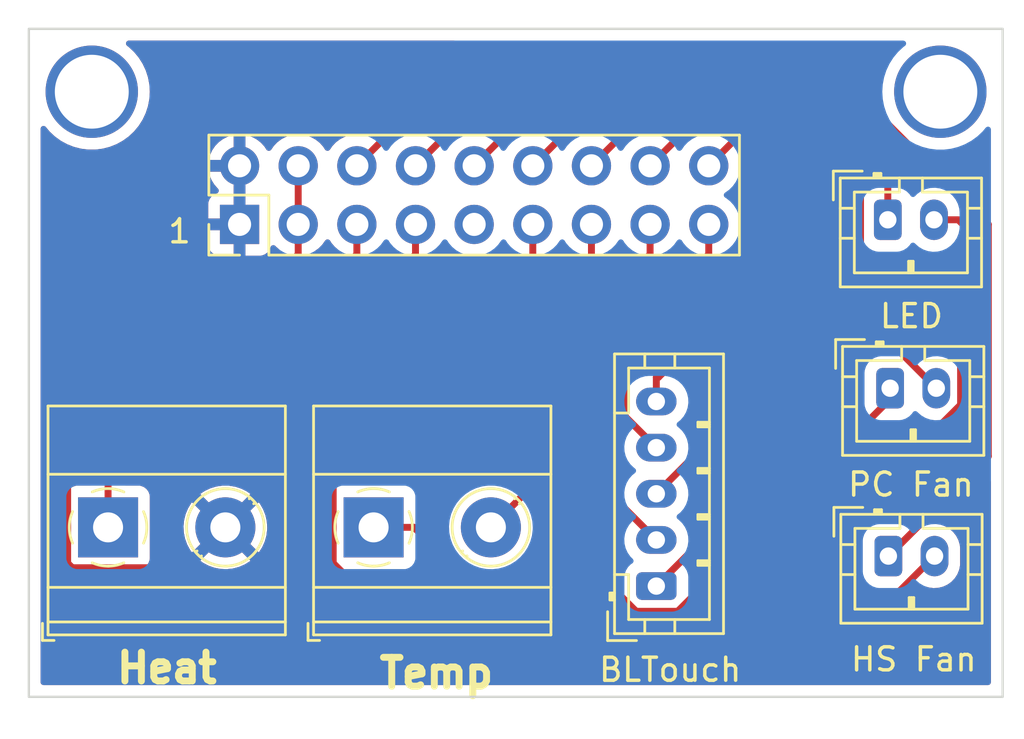
<source format=kicad_pcb>
(kicad_pcb (version 20211014) (generator pcbnew)
  (layers (0 "F.Cu" signal) (31 "B.Cu" signal) (34 "B.Paste" user) (35 "F.Paste" user) (36 "B.SilkS" user "B.Silkscreen") (37 "F.SilkS" user "F.Silkscreen") (38 "B.Mask" user) (39 "F.Mask" user) (44 "Edge.Cuts" user))
  (net 0 "")
  (net 1 "/Heater_GND")
  (net 2 "/Heater_VCC")
  (net 3 "/Thermistor_1")
  (net 4 "/Thermistor_2")
  (net 5 "/HS_Fan_GND")
  (net 6 "/HS_Fan_VCC")
  (net 7 "/PC_FAN_GND")
  (net 8 "/PC_FAN_VCC")
  (net 9 "/LED_GND")
  (net 10 "/LED_VCC")
  (net 11 "/BLT_PA1")
  (net 12 "/BLT_GND1")
  (net 13 "/BLT_PC14")
  (net 15 "/BLT_5v")
  (net 16 "/BLT_GND2")
  (footprint "Derek's Components:MountingHole_3.2mm_M3_Custom_Pad" (layer "F.Cu") (at 14.95 14.925)
    (fp_text reference "H1" hide)
    (fp_text value "MountingHole" hide)
    (pad "1" thru_hole circle (at 0 0) (size 4 4) (drill 3.2) (layers *.Cu *.Mask))
  )
  (footprint "TerminalBlock_Phoenix:TerminalBlock_Phoenix_MKDS-1,5-2-5.08_1x02_P5.08mm_Horizontal" (layer "F.Cu") (at 27.155 33.805)
    (fp_text reference "J3" hide)
    (fp_text value "436500200" hide)
    (fp_line (start 6.355 -1.069) (end 6.308 -1.023) (layer "F.SilkS") (width 0.12))
    (fp_line (start 7.68 -5.261) (end 7.68 4.66) (layer "F.SilkS") (width 0.12))
    (fp_line (start -2.6 4.1) (end 7.68 4.1) (layer "F.SilkS") (width 0.12))
    (fp_line (start 6.15 -1.275) (end 6.115 -1.239) (layer "F.SilkS") (width 0.12))
    (fp_line (start -2.6 -5.261) (end -2.6 4.66) (layer "F.SilkS") (width 0.12))
    (fp_line (start 4.046 1.239) (end 4.011 1.274) (layer "F.SilkS") (width 0.12))
    (fp_line (start -2.6 -2.301) (end 7.68 -2.301) (layer "F.SilkS") (width 0.12))
    (fp_line (start -2.6 -5.261) (end 7.68 -5.261) (layer "F.SilkS") (width 0.12))
    (fp_line (start 3.853 1.023) (end 3.806 1.069) (layer "F.SilkS") (width 0.12))
    (fp_line (start -2.84 4.16) (end -2.84 4.9) (layer "F.SilkS") (width 0.12))
    (fp_line (start -2.6 4.66) (end 7.68 4.66) (layer "F.SilkS") (width 0.12))
    (fp_line (start -2.84 4.9) (end -2.34 4.9) (layer "F.SilkS") (width 0.12))
    (fp_line (start -2.6 2.6) (end 7.68 2.6) (layer "F.SilkS") (width 0.12))
    (fp_arc (start 1.535427 -0.683042) (mid 1.680501 0.000524) (end 1.535 0.684) (layer "F.SilkS") (width 0.12))
    (fp_arc (start 0.028805 1.680253) (mid -0.335551 1.646659) (end -0.684 1.535) (layer "F.SilkS") (width 0.12))
    (fp_arc (start 0.683318 1.534756) (mid 0.349292 1.643288) (end 0 1.68) (layer "F.SilkS") (width 0.12))
    (fp_arc (start -1.535427 0.683042) (mid -1.680501 -0.000524) (end -1.535 -0.684) (layer "F.SilkS") (width 0.12))
    (fp_arc (start -0.683042 -1.535427) (mid 0.000524 -1.680501) (end 0.684 -1.535) (layer "F.SilkS") (width 0.12))
    (fp_circle (center 5.08 0) (end 6.76 0) (layer "F.SilkS") (width 0.12) (fill none))
    (pad "1" thru_hole rect (at 0 0) (size 2.6 2.6) (drill 1.3) (layers *.Cu *.Mask) (net 3 "/Thermistor_1"))
    (pad "2" thru_hole circle (at 5.08 0) (size 2.6 2.6) (drill 1.3) (layers *.Cu *.Mask) (net 4 "/Thermistor_2"))
  )
  (footprint "Connector_JST:JST_PH_B2B-PH-K_1x02_P2.00mm_Vertical" (layer "F.Cu") (at 49.425 20.475)
    (fp_text reference "J5" hide)
    (fp_text value "Conn_01x02" hide)
    (fp_line (start -0.3 -1.91) (end -0.6 -1.91) (layer "F.SilkS") (width 0.12))
    (fp_line (start 1.5 -1.2) (end 1.5 -1.81) (layer "F.SilkS") (width 0.12))
    (fp_line (start -2.06 -0.5) (end -1.45 -0.5) (layer "F.SilkS") (width 0.12))
    (fp_line (start 0.5 -1.2) (end -1.45 -1.2) (layer "F.SilkS") (width 0.12))
    (fp_line (start -2.06 -1.81) (end -2.06 2.91) (layer "F.SilkS") (width 0.12))
    (fp_line (start -2.36 -2.11) (end -2.36 -0.86) (layer "F.SilkS") (width 0.12))
    (fp_line (start 0.9 1.8) (end 1.1 1.8) (layer "F.SilkS") (width 0.12))
    (fp_line (start -2.06 2.91) (end 4.06 2.91) (layer "F.SilkS") (width 0.12))
    (fp_line (start -1.45 2.3) (end 3.45 2.3) (layer "F.SilkS") (width 0.12))
    (fp_line (start -0.3 -2.01) (end -0.6 -2.01) (layer "F.SilkS") (width 0.12))
    (fp_line (start 4.06 -0.5) (end 3.45 -0.5) (layer "F.SilkS") (width 0.12))
    (fp_line (start 4.06 2.91) (end 4.06 -1.81) (layer "F.SilkS") (width 0.12))
    (fp_line (start 4.06 -1.81) (end -2.06 -1.81) (layer "F.SilkS") (width 0.12))
    (fp_line (start -0.3 -1.81) (end -0.3 -2.01) (layer "F.SilkS") (width 0.12))
    (fp_line (start 4.06 0.8) (end 3.45 0.8) (layer "F.SilkS") (width 0.12))
    (fp_line (start -1.11 -2.11) (end -2.36 -2.11) (layer "F.SilkS") (width 0.12))
    (fp_line (start 0.9 2.3) (end 0.9 1.8) (layer "F.SilkS") (width 0.12))
    (fp_line (start 1.1 1.8) (end 1.1 2.3) (layer "F.SilkS") (width 0.12))
    (fp_line (start 0.5 -1.81) (end 0.5 -1.2) (layer "F.SilkS") (width 0.12))
    (fp_line (start -2.06 0.8) (end -1.45 0.8) (layer "F.SilkS") (width 0.12))
    (fp_line (start 3.45 -1.2) (end 1.5 -1.2) (layer "F.SilkS") (width 0.12))
    (fp_line (start -1.45 -1.2) (end -1.45 2.3) (layer "F.SilkS") (width 0.12))
    (fp_line (start 3.45 2.3) (end 3.45 -1.2) (layer "F.SilkS") (width 0.12))
    (fp_line (start 1 2.3) (end 1 1.8) (layer "F.SilkS") (width 0.12))
    (fp_line (start -0.6 -2.01) (end -0.6 -1.81) (layer "F.SilkS") (width 0.12))
    (pad "1" thru_hole roundrect (at 0 0) (size 1.2 1.75) (drill 0.75) (layers *.Cu *.Mask) (roundrect_rratio 0.2083333333) (net 10 "/LED_VCC"))
    (pad "2" thru_hole oval (at 2 0) (size 1.2 1.75) (drill 0.75) (layers *.Cu *.Mask) (net 9 "/LED_GND"))
  )
  (footprint "Connector_JST:JST_PH_B2B-PH-K_1x02_P2.00mm_Vertical" (layer "F.Cu") (at 49.45 35.05)
    (fp_text reference "J7" hide)
    (fp_text value "Conn_01x02" hide)
    (fp_line (start 4.06 -1.81) (end -2.06 -1.81) (layer "F.SilkS") (width 0.12))
    (fp_line (start 4.06 0.8) (end 3.45 0.8) (layer "F.SilkS") (width 0.12))
    (fp_line (start -2.06 -1.81) (end -2.06 2.91) (layer "F.SilkS") (width 0.12))
    (fp_line (start -0.3 -2.01) (end -0.6 -2.01) (layer "F.SilkS") (width 0.12))
    (fp_line (start 1.5 -1.2) (end 1.5 -1.81) (layer "F.SilkS") (width 0.12))
    (fp_line (start 1.1 1.8) (end 1.1 2.3) (layer "F.SilkS") (width 0.12))
    (fp_line (start -0.3 -1.91) (end -0.6 -1.91) (layer "F.SilkS") (width 0.12))
    (fp_line (start 0.9 1.8) (end 1.1 1.8) (layer "F.SilkS") (width 0.12))
    (fp_line (start -0.3 -1.81) (end -0.3 -2.01) (layer "F.SilkS") (width 0.12))
    (fp_line (start 0.5 -1.2) (end -1.45 -1.2) (layer "F.SilkS") (width 0.12))
    (fp_line (start 3.45 -1.2) (end 1.5 -1.2) (layer "F.SilkS") (width 0.12))
    (fp_line (start -2.36 -2.11) (end -2.36 -0.86) (layer "F.SilkS") (width 0.12))
    (fp_line (start 1 2.3) (end 1 1.8) (layer "F.SilkS") (width 0.12))
    (fp_line (start 4.06 -0.5) (end 3.45 -0.5) (layer "F.SilkS") (width 0.12))
    (fp_line (start 4.06 2.91) (end 4.06 -1.81) (layer "F.SilkS") (width 0.12))
    (fp_line (start -2.06 2.91) (end 4.06 2.91) (layer "F.SilkS") (width 0.12))
    (fp_line (start -1.45 2.3) (end 3.45 2.3) (layer "F.SilkS") (width 0.12))
    (fp_line (start -1.11 -2.11) (end -2.36 -2.11) (layer "F.SilkS") (width 0.12))
    (fp_line (start -0.6 -2.01) (end -0.6 -1.81) (layer "F.SilkS") (width 0.12))
    (fp_line (start 3.45 2.3) (end 3.45 -1.2) (layer "F.SilkS") (width 0.12))
    (fp_line (start -2.06 0.8) (end -1.45 0.8) (layer "F.SilkS") (width 0.12))
    (fp_line (start 0.5 -1.81) (end 0.5 -1.2) (layer "F.SilkS") (width 0.12))
    (fp_line (start 0.9 2.3) (end 0.9 1.8) (layer "F.SilkS") (width 0.12))
    (fp_line (start -1.45 -1.2) (end -1.45 2.3) (layer "F.SilkS") (width 0.12))
    (fp_line (start -2.06 -0.5) (end -1.45 -0.5) (layer "F.SilkS") (width 0.12))
    (pad "1" thru_hole roundrect (at 0 0) (size 1.2 1.75) (drill 0.75) (layers *.Cu *.Mask) (roundrect_rratio 0.2083333333) (net 6 "/HS_Fan_VCC"))
    (pad "2" thru_hole oval (at 2 0) (size 1.2 1.75) (drill 0.75) (layers *.Cu *.Mask) (net 5 "/HS_Fan_GND"))
  )
  (footprint "Derek's Components:MountingHole_3.2mm_M3_Custom_Pad" (layer "F.Cu") (at 51.7 14.925)
    (fp_text reference "H2" hide)
    (fp_text value "MountingHole" hide)
    (pad "1" thru_hole circle (at 0 0) (size 4 4) (drill 3.2) (layers *.Cu *.Mask))
  )
  (footprint "TerminalBlock_Phoenix:TerminalBlock_Phoenix_MKDS-1,5-2-5.08_1x02_P5.08mm_Horizontal" (layer "F.Cu") (at 15.655 33.805)
    (fp_text reference "J2" hide)
    (fp_text value "436500200" hide)
    (fp_line (start -2.84 4.16) (end -2.84 4.9) (layer "F.SilkS") (width 0.12))
    (fp_line (start 6.15 -1.275) (end 6.115 -1.239) (layer "F.SilkS") (width 0.12))
    (fp_line (start -2.84 4.9) (end -2.34 4.9) (layer "F.SilkS") (width 0.12))
    (fp_line (start 4.046 1.239) (end 4.011 1.274) (layer "F.SilkS") (width 0.12))
    (fp_line (start -2.6 2.6) (end 7.68 2.6) (layer "F.SilkS") (width 0.12))
    (fp_line (start -2.6 -2.301) (end 7.68 -2.301) (layer "F.SilkS") (width 0.12))
    (fp_line (start 3.853 1.023) (end 3.806 1.069) (layer "F.SilkS") (width 0.12))
    (fp_line (start -2.6 -5.261) (end 7.68 -5.261) (layer "F.SilkS") (width 0.12))
    (fp_line (start 7.68 -5.261) (end 7.68 4.66) (layer "F.SilkS") (width 0.12))
    (fp_line (start -2.6 4.66) (end 7.68 4.66) (layer "F.SilkS") (width 0.12))
    (fp_line (start -2.6 -5.261) (end -2.6 4.66) (layer "F.SilkS") (width 0.12))
    (fp_line (start 6.355 -1.069) (end 6.308 -1.023) (layer "F.SilkS") (width 0.12))
    (fp_line (start -2.6 4.1) (end 7.68 4.1) (layer "F.SilkS") (width 0.12))
    (fp_arc (start -0.683042 -1.535427) (mid 0.000524 -1.680501) (end 0.684 -1.535) (layer "F.SilkS") (width 0.12))
    (fp_arc (start -1.535427 0.683042) (mid -1.680501 -0.000524) (end -1.535 -0.684) (layer "F.SilkS") (width 0.12))
    (fp_arc (start 0.028805 1.680253) (mid -0.335551 1.646659) (end -0.684 1.535) (layer "F.SilkS") (width 0.12))
    (fp_arc (start 1.535427 -0.683042) (mid 1.680501 0.000524) (end 1.535 0.684) (layer "F.SilkS") (width 0.12))
    (fp_arc (start 0.683318 1.534756) (mid 0.349292 1.643288) (end 0 1.68) (layer "F.SilkS") (width 0.12))
    (fp_circle (center 5.08 0) (end 6.76 0) (layer "F.SilkS") (width 0.12) (fill none))
    (pad "1" thru_hole rect (at 0 0) (size 2.6 2.6) (drill 1.3) (layers *.Cu *.Mask) (net 2 "/Heater_VCC"))
    (pad "2" thru_hole circle (at 5.08 0) (size 2.6 2.6) (drill 1.3) (layers *.Cu *.Mask) (net 1 "/Heater_GND"))
  )
  (footprint "Connector_JST:JST_PH_B2B-PH-K_1x02_P2.00mm_Vertical" (layer "F.Cu") (at 49.525 27.775)
    (fp_text reference "J4" hide)
    (fp_text value "Conn_01x02" hide)
    (fp_line (start 0.5 -1.2) (end -1.45 -1.2) (layer "F.SilkS") (width 0.12))
    (fp_line (start -0.3 -1.81) (end -0.3 -2.01) (layer "F.SilkS") (width 0.12))
    (fp_line (start 0.9 1.8) (end 1.1 1.8) (layer "F.SilkS") (width 0.12))
    (fp_line (start -1.45 2.3) (end 3.45 2.3) (layer "F.SilkS") (width 0.12))
    (fp_line (start 1.1 1.8) (end 1.1 2.3) (layer "F.SilkS") (width 0.12))
    (fp_line (start -2.06 -0.5) (end -1.45 -0.5) (layer "F.SilkS") (width 0.12))
    (fp_line (start 0.9 2.3) (end 0.9 1.8) (layer "F.SilkS") (width 0.12))
    (fp_line (start -0.3 -2.01) (end -0.6 -2.01) (layer "F.SilkS") (width 0.12))
    (fp_line (start -2.36 -2.11) (end -2.36 -0.86) (layer "F.SilkS") (width 0.12))
    (fp_line (start 3.45 -1.2) (end 1.5 -1.2) (layer "F.SilkS") (width 0.12))
    (fp_line (start 1 2.3) (end 1 1.8) (layer "F.SilkS") (width 0.12))
    (fp_line (start -1.45 -1.2) (end -1.45 2.3) (layer "F.SilkS") (width 0.12))
    (fp_line (start -2.06 2.91) (end 4.06 2.91) (layer "F.SilkS") (width 0.12))
    (fp_line (start -0.6 -2.01) (end -0.6 -1.81) (layer "F.SilkS") (width 0.12))
    (fp_line (start 3.45 2.3) (end 3.45 -1.2) (layer "F.SilkS") (width 0.12))
    (fp_line (start -1.11 -2.11) (end -2.36 -2.11) (layer "F.SilkS") (width 0.12))
    (fp_line (start -2.06 0.8) (end -1.45 0.8) (layer "F.SilkS") (width 0.12))
    (fp_line (start -2.06 -1.81) (end -2.06 2.91) (layer "F.SilkS") (width 0.12))
    (fp_line (start 4.06 -1.81) (end -2.06 -1.81) (layer "F.SilkS") (width 0.12))
    (fp_line (start 0.5 -1.81) (end 0.5 -1.2) (layer "F.SilkS") (width 0.12))
    (fp_line (start 4.06 2.91) (end 4.06 -1.81) (layer "F.SilkS") (width 0.12))
    (fp_line (start 1.5 -1.2) (end 1.5 -1.81) (layer "F.SilkS") (width 0.12))
    (fp_line (start 4.06 0.8) (end 3.45 0.8) (layer "F.SilkS") (width 0.12))
    (fp_line (start 4.06 -0.5) (end 3.45 -0.5) (layer "F.SilkS") (width 0.12))
    (fp_line (start -0.3 -1.91) (end -0.6 -1.91) (layer "F.SilkS") (width 0.12))
    (pad "1" thru_hole roundrect (at 0 0) (size 1.2 1.75) (drill 0.75) (layers *.Cu *.Mask) (roundrect_rratio 0.2083333333) (net 8 "/PC_FAN_VCC"))
    (pad "2" thru_hole oval (at 2 0) (size 1.2 1.75) (drill 0.75) (layers *.Cu *.Mask) (net 7 "/PC_FAN_GND"))
  )
  (footprint "Connector_PinHeader_2.54mm:PinHeader_2x09_P2.54mm_Vertical" (layer "F.Cu") (at 21.35 20.675 90)
    (fp_text reference "J1" hide)
    (fp_text value "Conn_02x09_Odd_Even" hide)
    (fp_line (start -1.33 -1.33) (end 0 -1.33) (layer "F.SilkS") (width 0.12))
    (fp_line (start 1.27 1.27) (end 1.27 -1.33) (layer "F.SilkS") (width 0.12))
    (fp_line (start -1.33 1.27) (end -1.33 21.65) (layer "F.SilkS") (width 0.12))
    (fp_line (start -1.33 21.65) (end 3.87 21.65) (layer "F.SilkS") (width 0.12))
    (fp_line (start -1.33 1.27) (end 1.27 1.27) (layer "F.SilkS") (width 0.12))
    (fp_line (start -1.33 0) (end -1.33 -1.33) (layer "F.SilkS") (width 0.12))
    (fp_line (start 3.87 -1.33) (end 3.87 21.65) (layer "F.SilkS") (width 0.12))
    (fp_line (start 1.27 -1.33) (end 3.87 -1.33) (layer "F.SilkS") (width 0.12))
    (pad "1" thru_hole rect (at 0 0 90) (size 1.7 1.7) (drill 1) (layers *.Cu *.Mask) (net 1 "/Heater_GND"))
    (pad "2" thru_hole oval (at 2.54 0 90) (size 1.7 1.7) (drill 1) (layers *.Cu *.Mask) (net 1 "/Heater_GND"))
    (pad "3" thru_hole oval (at 0 2.54 90) (size 1.7 1.7) (drill 1) (layers *.Cu *.Mask) (net 2 "/Heater_VCC"))
    (pad "4" thru_hole oval (at 2.54 2.54 90) (size 1.7 1.7) (drill 1) (layers *.Cu *.Mask) (net 2 "/Heater_VCC"))
    (pad "5" thru_hole oval (at 0 5.08 90) (size 1.7 1.7) (drill 1) (layers *.Cu *.Mask) (net 5 "/HS_Fan_GND"))
    (pad "6" thru_hole oval (at 2.54 5.08 90) (size 1.7 1.7) (drill 1) (layers *.Cu *.Mask) (net 6 "/HS_Fan_VCC"))
    (pad "7" thru_hole oval (at 0 7.62 90) (size 1.7 1.7) (drill 1) (layers *.Cu *.Mask) (net 9 "/LED_GND"))
    (pad "8" thru_hole oval (at 2.54 7.62 90) (size 1.7 1.7) (drill 1) (layers *.Cu *.Mask) (net 10 "/LED_VCC"))
    (pad "9" thru_hole oval (at 0 10.16 90) (size 1.7 1.7) (drill 1) (layers *.Cu *.Mask))
    (pad "10" thru_hole oval (at 2.54 10.16 90) (size 1.7 1.7) (drill 1) (layers *.Cu *.Mask) (net 3 "/Thermistor_1"))
    (pad "11" thru_hole oval (at 0 12.7 90) (size 1.7 1.7) (drill 1) (layers *.Cu *.Mask) (net 4 "/Thermistor_2"))
    (pad "12" thru_hole oval (at 2.54 12.7 90) (size 1.7 1.7) (drill 1) (layers *.Cu *.Mask) (net 7 "/PC_FAN_GND"))
    (pad "13" thru_hole oval (at 0 15.24 90) (size 1.7 1.7) (drill 1) (layers *.Cu *.Mask) (net 8 "/PC_FAN_VCC"))
    (pad "14" thru_hole oval (at 2.54 15.24 90) (size 1.7 1.7) (drill 1) (layers *.Cu *.Mask) (net 12 "/BLT_GND1"))
    (pad "15" thru_hole oval (at 0 17.78 90) (size 1.7 1.7) (drill 1) (layers *.Cu *.Mask) (net 15 "/BLT_5v"))
    (pad "16" thru_hole oval (at 2.54 17.78 90) (size 1.7 1.7) (drill 1) (layers *.Cu *.Mask) (net 11 "/BLT_PA1"))
    (pad "17" thru_hole oval (at 0 20.32 90) (size 1.7 1.7) (drill 1) (layers *.Cu *.Mask) (net 16 "/BLT_GND2"))
    (pad "18" thru_hole oval (at 2.54 20.32 90) (size 1.7 1.7) (drill 1) (layers *.Cu *.Mask) (net 13 "/BLT_PC14"))
  )
  (footprint "Connector_JST:JST_PH_B5B-PH-K_1x05_P2.00mm_Vertical" (layer "F.Cu") (at 39.4 36.35 90)
    (fp_text reference "J6" hide)
    (fp_text value "Conn_01x05" hide)
    (fp_line (start 10.06 0.8) (end 9.45 0.8) (layer "F.SilkS") (width 0.12))
    (fp_line (start 10.06 -0.5) (end 9.45 -0.5) (layer "F.SilkS") (width 0.12))
    (fp_line (start 7 2.3) (end 7 1.8) (layer "F.SilkS") (width 0.12))
    (fp_line (start 0.9 2.3) (end 0.9 1.8) (layer "F.SilkS") (width 0.12))
    (fp_line (start 7.1 1.8) (end 7.1 2.3) (layer "F.SilkS") (width 0.12))
    (fp_line (start 1 2.3) (end 1 1.8) (layer "F.SilkS") (width 0.12))
    (fp_line (start 2.9 1.8) (end 3.1 1.8) (layer "F.SilkS") (width 0.12))
    (fp_line (start -2.06 2.91) (end 10.06 2.91) (layer "F.SilkS") (width 0.12))
    (fp_line (start 9.45 2.3) (end 9.45 -1.2) (layer "F.SilkS") (width 0.12))
    (fp_line (start 0.5 -1.81) (end 0.5 -1.2) (layer "F.SilkS") (width 0.12))
    (fp_line (start -2.06 -0.5) (end -1.45 -0.5) (layer "F.SilkS") (width 0.12))
    (fp_line (start 6.9 2.3) (end 6.9 1.8) (layer "F.SilkS") (width 0.12))
    (fp_line (start -2.06 0.8) (end -1.45 0.8) (layer "F.SilkS") (width 0.12))
    (fp_line (start 5.1 1.8) (end 5.1 2.3) (layer "F.SilkS") (width 0.12))
    (fp_line (start 1.1 1.8) (end 1.1 2.3) (layer "F.SilkS") (width 0.12))
    (fp_line (start -0.6 -2.01) (end -0.6 -1.81) (layer "F.SilkS") (width 0.12))
    (fp_line (start 3.1 1.8) (end 3.1 2.3) (layer "F.SilkS") (width 0.12))
    (fp_line (start 6.9 1.8) (end 7.1 1.8) (layer "F.SilkS") (width 0.12))
    (fp_line (start -0.3 -1.91) (end -0.6 -1.91) (layer "F.SilkS") (width 0.12))
    (fp_line (start 9.45 -1.2) (end 7.5 -1.2) (layer "F.SilkS") (width 0.12))
    (fp_line (start 10.06 2.91) (end 10.06 -1.81) (layer "F.SilkS") (width 0.12))
    (fp_line (start 4.9 1.8) (end 5.1 1.8) (layer "F.SilkS") (width 0.12))
    (fp_line (start 3 2.3) (end 3 1.8) (layer "F.SilkS") (width 0.12))
    (fp_line (start 0.5 -1.2) (end -1.45 -1.2) (layer "F.SilkS") (width 0.12))
    (fp_line (start -2.06 -1.81) (end -2.06 2.91) (layer "F.SilkS") (width 0.12))
    (fp_line (start 0.9 1.8) (end 1.1 1.8) (layer "F.SilkS") (width 0.12))
    (fp_line (start -2.36 -2.11) (end -2.36 -0.86) (layer "F.SilkS") (width 0.12))
    (fp_line (start 7.5 -1.2) (end 7.5 -1.81) (layer "F.SilkS") (width 0.12))
    (fp_line (start -1.11 -2.11) (end -2.36 -2.11) (layer "F.SilkS") (width 0.12))
    (fp_line (start -1.45 -1.2) (end -1.45 2.3) (layer "F.SilkS") (width 0.12))
    (fp_line (start -0.3 -2.01) (end -0.6 -2.01) (layer "F.SilkS") (width 0.12))
    (fp_line (start 4.9 2.3) (end 4.9 1.8) (layer "F.SilkS") (width 0.12))
    (fp_line (start 10.06 -1.81) (end -2.06 -1.81) (layer "F.SilkS") (width 0.12))
    (fp_line (start -0.3 -1.81) (end -0.3 -2.01) (layer "F.SilkS") (width 0.12))
    (fp_line (start 5 2.3) (end 5 1.8) (layer "F.SilkS") (width 0.12))
    (fp_line (start 2.9 2.3) (end 2.9 1.8) (layer "F.SilkS") (width 0.12))
    (fp_line (start -1.45 2.3) (end 9.45 2.3) (layer "F.SilkS") (width 0.12))
    (pad "1" thru_hole roundrect (at 0 0 90) (size 1.2 1.75) (drill 0.75) (layers *.Cu *.Mask) (roundrect_rratio 0.2083333333) (net 12 "/BLT_GND1"))
    (pad "2" thru_hole oval (at 2 0 90) (size 1.2 1.75) (drill 0.75) (layers *.Cu *.Mask) (net 15 "/BLT_5v"))
    (pad "3" thru_hole oval (at 4 0 90) (size 1.2 1.75) (drill 0.75) (layers *.Cu *.Mask) (net 11 "/BLT_PA1"))
    (pad "4" thru_hole oval (at 6 0 90) (size 1.2 1.75) (drill 0.75) (layers *.Cu *.Mask) (net 16 "/BLT_GND2"))
    (pad "5" thru_hole oval (at 8 0 90) (size 1.2 1.75) (drill 0.75) (layers *.Cu *.Mask) (net 13 "/BLT_PC14"))
  )
  (gr_rect (start 12.225 12.2) (end 54.4 41.15) (layer "Edge.Cuts") (width 0.1) (fill none))
  (gr_text "LED" (at 50.45 24.65) (layer "F.SilkS") (effects (font (size 1 1))))
  (gr_text "1" (at 18.75 20.975) (layer "F.SilkS") (effects (font (size 1 1))))
  (gr_text "Temp" (at 29.875 40.125) (layer "F.SilkS") (effects (font (size 1.25 1.25) (thickness 0.3))))
  (gr_text "BLTouch" (at 40 39.975) (layer "F.SilkS") (effects (font (size 1 1))))
  (gr_text "Heat" (at 18.2 39.9) (layer "F.SilkS") (effects (font (size 1.25 1.25) (thickness 0.3))))
  (gr_text "HS Fan" (at 50.55 39.525) (layer "F.SilkS") (effects (font (size 1 1))))
  (gr_text "PC Fan" (at 50.425 31.95) (layer "F.SilkS") (effects (font (size 1 1))))
  (segment (start 13.9048 35.3552) (end 13.9048 29.4203) (width 0.3) (layer "F.Cu") (net 1))
  (segment (start 14.1048 35.5552) (end 13.9048 35.3552) (width 0.3) (layer "F.Cu") (net 1))
  (segment (start 18.9848 35.5552) (end 14.1048 35.5552) (width 0.3) (layer "F.Cu") (net 1))
  (segment (start 13.9048 29.4203) (end 21.35 21.9751) (width 0.3) (layer "F.Cu") (net 1))
  (segment (start 21.35 20.675) (end 21.35 18.135) (width 0.3) (layer "F.Cu") (net 1))
  (segment (start 20.735 33.805) (end 18.9848 35.5552) (width 0.3) (layer "F.Cu") (net 1))
  (segment (start 21.35 20.675) (end 21.35 21.9751) (width 0.3) (layer "F.Cu") (net 1))
  (segment (start 15.655 33.805) (end 15.655 30.2101) (width 0.3) (layer "F.Cu") (net 2))
  (segment (start 23.89 18.135) (end 23.89 20.675) (width 0.3) (layer "F.Cu") (net 2))
  (segment (start 15.655 30.2101) (end 23.89 21.9751) (width 0.3) (layer "F.Cu") (net 2))
  (segment (start 23.89 20.675) (end 23.89 21.9751) (width 0.3) (layer "F.Cu") (net 2))
  (segment (start 43.0048 38.065) (end 33.1651 38.065) (width 0.3) (layer "F.Cu") (net 3))
  (segment (start 52.5774 28.4924) (end 43.0048 38.065) (width 0.3) (layer "F.Cu") (net 3))
  (segment (start 48.2432 21.586) (end 52.5774 25.9202) (width 0.3) (layer "F.Cu") (net 3))
  (segment (start 35.2604 14.3846) (end 45.7881 14.3846) (width 0.3) (layer "F.Cu") (net 3))
  (segment (start 27.155 33.805) (end 28.9051 33.805) (width 0.3) (layer "F.Cu") (net 3))
  (segment (start 48.2432 16.8397) (end 48.2432 21.586) (width 0.3) (layer "F.Cu") (net 3))
  (segment (start 31.51 18.135) (end 35.2604 14.3846) (width 0.3) (layer "F.Cu") (net 3))
  (segment (start 33.1651 38.065) (end 28.9051 33.805) (width 0.3) (layer "F.Cu") (net 3))
  (segment (start 52.5774 25.9202) (end 52.5774 28.4924) (width 0.3) (layer "F.Cu") (net 3))
  (segment (start 45.7881 14.3846) (end 48.2432 16.8397) (width 0.3) (layer "F.Cu") (net 3))
  (segment (start 34.05 31.99) (end 32.235 33.805) (width 0.3) (layer "F.Cu") (net 4))
  (segment (start 34.05 20.675) (end 34.05 31.99) (width 0.3) (layer "F.Cu") (net 4))
  (segment (start 24.8047 35.6034) (end 28.4926 39.2913) (width 0.3) (layer "F.Cu") (net 5))
  (segment (start 47.2087 39.2913) (end 51.45 35.05) (width 0.3) (layer "F.Cu") (net 5))
  (segment (start 26.43 21.9751) (end 24.8047 23.6004) (width 0.3) (layer "F.Cu") (net 5))
  (segment (start 26.43 20.675) (end 26.43 21.9751) (width 0.3) (layer "F.Cu") (net 5))
  (segment (start 24.8047 23.6004) (end 24.8047 35.6034) (width 0.3) (layer "F.Cu") (net 5))
  (segment (start 28.4926 39.2913) (end 47.2087 39.2913) (width 0.3) (layer "F.Cu") (net 5))
  (segment (start 46.2851 13.1844) (end 31.3806 13.1844) (width 0.3) (layer "F.Cu") (net 6))
  (segment (start 53.7776 30.7224) (end 53.7776 20.6769) (width 0.3) (layer "F.Cu") (net 6))
  (segment (start 53.7776 20.6769) (end 46.2851 13.1844) (width 0.3) (layer "F.Cu") (net 6))
  (segment (start 31.3806 13.1844) (end 26.43 18.135) (width 0.3) (layer "F.Cu") (net 6))
  (segment (start 49.45 35.05) (end 53.7776 30.7224) (width 0.3) (layer "F.Cu") (net 6))
  (segment (start 37.1803 15.0047) (end 45.5287 15.0047) (width 0.3) (layer "F.Cu") (net 7))
  (segment (start 47.643 17.119) (end 47.643 23.893) (width 0.3) (layer "F.Cu") (net 7))
  (segment (start 45.5287 15.0047) (end 47.643 17.119) (width 0.3) (layer "F.Cu") (net 7))
  (segment (start 34.05 18.135) (end 37.1803 15.0047) (width 0.3) (layer "F.Cu") (net 7))
  (segment (start 47.643 23.893) (end 51.525 27.775) (width 0.3) (layer "F.Cu") (net 7))
  (segment (start 36.59 35.5081) (end 38.525 37.4431) (width 0.3) (layer "F.Cu") (net 8))
  (segment (start 36.59 20.675) (end 36.59 35.5081) (width 0.3) (layer "F.Cu") (net 8))
  (segment (start 38.525 37.4431) (end 40.3269 37.4431) (width 0.3) (layer "F.Cu") (net 8))
  (segment (start 49.525 28.245) (end 49.525 27.775) (width 0.3) (layer "F.Cu") (net 8))
  (segment (start 40.3269 37.4431) (end 49.525 28.245) (width 0.3) (layer "F.Cu") (net 8))
  (segment (start 53.1775 28.7593) (end 53.1775 21.1774) (width 0.3) (layer "F.Cu") (net 9))
  (segment (start 25.4048 25.5403) (end 25.4048 35.3549) (width 0.3) (layer "F.Cu") (net 9))
  (segment (start 53.1775 21.1774) (end 52.4751 20.475) (width 0.3) (layer "F.Cu") (net 9))
  (segment (start 51.425 20.475) (end 52.4751 20.475) (width 0.3) (layer "F.Cu") (net 9))
  (segment (start 43.2456 38.6912) (end 53.1775 28.7593) (width 0.3) (layer "F.Cu") (net 9))
  (segment (start 25.4048 35.3549) (end 28.7411 38.6912) (width 0.3) (layer "F.Cu") (net 9))
  (segment (start 28.97 21.9751) (end 25.4048 25.5403) (width 0.3) (layer "F.Cu") (net 9))
  (segment (start 28.97 20.675) (end 28.97 21.9751) (width 0.3) (layer "F.Cu") (net 9))
  (segment (start 28.7411 38.6912) (end 43.2456 38.6912) (width 0.3) (layer "F.Cu") (net 9))
  (segment (start 33.3205 13.7845) (end 28.97 18.135) (width 0.3) (layer "F.Cu") (net 10))
  (segment (start 49.425 17.1729) (end 46.0366 13.7845) (width 0.3) (layer "F.Cu") (net 10))
  (segment (start 46.0366 13.7845) (end 33.3205 13.7845) (width 0.3) (layer "F.Cu") (net 10))
  (segment (start 49.425 20.475) (end 49.425 17.1729) (width 0.3) (layer "F.Cu") (net 10))
  (segment (start 39.4 32.35) (end 46.1363 25.6137) (width 0.3) (layer "F.Cu") (net 11))
  (segment (start 46.1363 17.3741) (end 44.9954 16.2332) (width 0.3) (layer "F.Cu") (net 11))
  (segment (start 46.1363 25.6137) (end 46.1363 17.3741) (width 0.3) (layer "F.Cu") (net 11))
  (segment (start 44.9954 16.2332) (end 41.0318 16.2332) (width 0.3) (layer "F.Cu") (net 11))
  (segment (start 41.0318 16.2332) (end 39.13 18.135) (width 0.3) (layer "F.Cu") (net 11))
  (segment (start 39.0919 15.6331) (end 36.59 18.135) (width 0.3) (layer "F.Cu") (net 12))
  (segment (start 39.4 36.35) (end 46.7364 29.0136) (width 0.3) (layer "F.Cu") (net 12))
  (segment (start 46.7364 29.0136) (end 46.7364 17.1256) (width 0.3) (layer "F.Cu") (net 12))
  (segment (start 45.2439 15.6331) (end 39.0919 15.6331) (width 0.3) (layer "F.Cu") (net 12))
  (segment (start 46.7364 17.1256) (end 45.2439 15.6331) (width 0.3) (layer "F.Cu") (net 12))
  (segment (start 42.9717 16.8333) (end 41.67 18.135) (width 0.3) (layer "F.Cu") (net 13))
  (segment (start 44.7469 16.8333) (end 42.9717 16.8333) (width 0.3) (layer "F.Cu") (net 13))
  (segment (start 45.5362 21.2574) (end 45.5362 17.6226) (width 0.3) (layer "F.Cu") (net 13))
  (segment (start 39.4 27.2999) (end 39.4937 27.2999) (width 0.3) (layer "F.Cu") (net 13))
  (segment (start 39.4937 27.2999) (end 45.5362 21.2574) (width 0.3) (layer "F.Cu") (net 13))
  (segment (start 39.4 28.35) (end 39.4 27.2999) (width 0.3) (layer "F.Cu") (net 13))
  (segment (start 45.5362 17.6226) (end 44.7469 16.8333) (width 0.3) (layer "F.Cu") (net 13))
  (segment (start 37.4452 32.3952) (end 39.4 34.35) (width 0.3) (layer "F.Cu") (net 15))
  (segment (start 39.13 20.675) (end 39.13 21.9751) (width 0.3) (layer "F.Cu") (net 15))
  (segment (start 39.13 21.9751) (end 37.4452 23.6599) (width 0.3) (layer "F.Cu") (net 15))
  (segment (start 37.4452 23.6599) (end 37.4452 32.3952) (width 0.3) (layer "F.Cu") (net 15))
  (segment (start 41.67 20.675) (end 41.67 21.9751) (width 0.3) (layer "F.Cu") (net 16))
  (segment (start 41.67 21.9751) (end 38.0453 25.5998) (width 0.3) (layer "F.Cu") (net 16))
  (segment (start 38.0453 25.5998) (end 38.0453 28.9953) (width 0.3) (layer "F.Cu") (net 16))
  (segment (start 38.0453 28.9953) (end 39.4 30.35) (width 0.3) (layer "F.Cu") (net 16))
  (zone (net 1) (net_name "/Heater_GND") (layer "F.Cu") (connect_pads (clearance 0.508)) (min_thickness 0.254) (fill yes (thermal_gap 0.508) (thermal_bridge_width 0.508))
    (polygon (pts (xy 54.8 41.525) (xy 11.65 41.5) (xy 11.75 11.625) (xy 54.775 11.625)))
  )
  (zone (net 1) (net_name "/Heater_GND") (layer "B.Cu") (connect_pads (clearance 0.508)) (min_thickness 0.254) (fill yes (thermal_gap 0.508) (thermal_bridge_width 0.508))
    (polygon (pts (xy 55.325 42.575) (xy 11.15 43) (xy 10.975 10.95) (xy 55.325 10.95)))
  )
)
</source>
